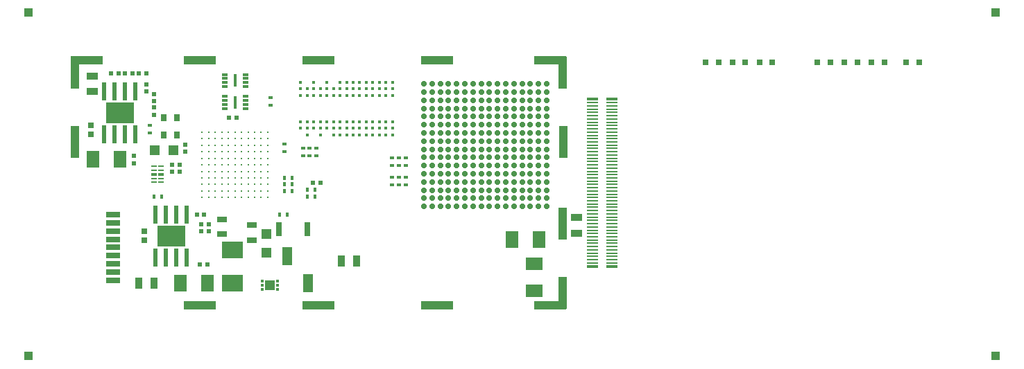
<source format=gtp>
G04 (created by PCBNEW (2013-07-07 BZR 4022)-stable) date 27/11/2015 23:20:48*
%MOIN*%
G04 Gerber Fmt 3.4, Leading zero omitted, Abs format*
%FSLAX34Y34*%
G01*
G70*
G90*
G04 APERTURE LIST*
%ADD10C,0.00590551*%
%ADD11R,0.0314X0.0314*%
%ADD12C,0.0275591*%
%ADD13R,0.051X0.0472*%
%ADD14R,0.0472X0.051*%
%ADD15R,0.0195X0.0175*%
%ADD16R,0.0175X0.0195*%
%ADD17R,0.0195X0.0195*%
%ADD18R,0.0265748X0.015748*%
%ADD19R,0.0265748X0.00787402*%
%ADD20R,0.0314961X0.0669291*%
%ADD21R,0.0236X0.0866*%
%ADD22R,0.1339X0.1008*%
%ADD23R,0.0984X0.0787*%
%ADD24R,0.0492126X0.0314961*%
%ADD25R,0.0259843X0.0354331*%
%ADD26C,0.011811*%
%ADD27R,0.05X0.0866142*%
%ADD28R,0.0169291X0.0141732*%
%ADD29R,0.0452756X0.0511811*%
%ADD30C,0.015748*%
%ADD31R,0.0392X0.0392*%
%ADD32R,0.0275591X0.011811*%
%ADD33R,0.0137795X0.0649606*%
%ADD34R,0.0354X0.0551*%
%ADD35R,0.0708661X0.0275591*%
%ADD36R,0.0314X0.0275*%
%ADD37R,0.06X0.08*%
%ADD38R,0.0551X0.0354*%
%ADD39R,0.08X0.06*%
%ADD40R,0.0393701X0.15748*%
%ADD41R,0.15748X0.0393701*%
%ADD42R,0.0566929X0.0137795*%
%ADD43R,0.0566929X0.00905512*%
G04 APERTURE END LIST*
G54D10*
G54D11*
X82322Y-48070D03*
X82952Y-48070D03*
G54D12*
X61909Y-50275D03*
X61515Y-50275D03*
X60728Y-50275D03*
X61122Y-50275D03*
X59547Y-50275D03*
X59153Y-50275D03*
X59940Y-50275D03*
X60334Y-50275D03*
X63484Y-50275D03*
X63090Y-50275D03*
X62303Y-50275D03*
X62696Y-50275D03*
X64271Y-50275D03*
X63877Y-50275D03*
X64665Y-50275D03*
X65059Y-50275D03*
X65059Y-49881D03*
X64665Y-49881D03*
X63877Y-49881D03*
X64271Y-49881D03*
X62696Y-49881D03*
X62303Y-49881D03*
X63090Y-49881D03*
X63484Y-49881D03*
X60334Y-49881D03*
X59940Y-49881D03*
X59153Y-49881D03*
X59547Y-49881D03*
X61122Y-49881D03*
X60728Y-49881D03*
X61515Y-49881D03*
X61909Y-49881D03*
X61909Y-49094D03*
X61515Y-49094D03*
X60728Y-49094D03*
X61122Y-49094D03*
X59547Y-49094D03*
X59153Y-49094D03*
X59940Y-49094D03*
X60334Y-49094D03*
X63484Y-49094D03*
X63090Y-49094D03*
X62303Y-49094D03*
X62696Y-49094D03*
X64271Y-49094D03*
X63877Y-49094D03*
X64665Y-49094D03*
X65059Y-49094D03*
X65059Y-49488D03*
X64665Y-49488D03*
X63877Y-49488D03*
X64271Y-49488D03*
X62696Y-49488D03*
X62303Y-49488D03*
X63090Y-49488D03*
X63484Y-49488D03*
X60334Y-49488D03*
X59940Y-49488D03*
X59153Y-49488D03*
X59547Y-49488D03*
X61122Y-49488D03*
X60728Y-49488D03*
X61515Y-49488D03*
X61909Y-49488D03*
X61909Y-51062D03*
X61515Y-51062D03*
X60728Y-51062D03*
X61122Y-51062D03*
X59547Y-51062D03*
X59153Y-51062D03*
X59940Y-51062D03*
X60334Y-51062D03*
X63484Y-51062D03*
X63090Y-51062D03*
X62303Y-51062D03*
X62696Y-51062D03*
X64271Y-51062D03*
X63877Y-51062D03*
X64665Y-51062D03*
X65059Y-51062D03*
X65059Y-50669D03*
X64665Y-50669D03*
X63877Y-50669D03*
X64271Y-50669D03*
X62696Y-50669D03*
X62303Y-50669D03*
X63090Y-50669D03*
X63484Y-50669D03*
X60334Y-50669D03*
X59940Y-50669D03*
X59153Y-50669D03*
X59547Y-50669D03*
X61122Y-50669D03*
X60728Y-50669D03*
X61515Y-50669D03*
X61909Y-50669D03*
X61909Y-51456D03*
X61515Y-51456D03*
X60728Y-51456D03*
X61122Y-51456D03*
X59547Y-51456D03*
X59153Y-51456D03*
X59940Y-51456D03*
X60334Y-51456D03*
X63484Y-51456D03*
X63090Y-51456D03*
X62303Y-51456D03*
X62696Y-51456D03*
X64271Y-51456D03*
X63877Y-51456D03*
X64665Y-51456D03*
X65059Y-51456D03*
X60334Y-53818D03*
X59940Y-53818D03*
X59153Y-53818D03*
X59547Y-53818D03*
X61122Y-53818D03*
X60728Y-53818D03*
X61515Y-53818D03*
X61909Y-53818D03*
X65059Y-53818D03*
X64665Y-53818D03*
X63877Y-53818D03*
X64271Y-53818D03*
X62696Y-53818D03*
X62303Y-53818D03*
X63090Y-53818D03*
X63484Y-53818D03*
X63484Y-54212D03*
X63090Y-54212D03*
X62303Y-54212D03*
X62696Y-54212D03*
X64271Y-54212D03*
X63877Y-54212D03*
X64665Y-54212D03*
X65059Y-54212D03*
X61909Y-54212D03*
X61515Y-54212D03*
X60728Y-54212D03*
X61122Y-54212D03*
X59547Y-54212D03*
X59153Y-54212D03*
X59940Y-54212D03*
X60334Y-54212D03*
X60334Y-55000D03*
X59940Y-55000D03*
X59153Y-55000D03*
X59547Y-55000D03*
X61122Y-55000D03*
X60728Y-55000D03*
X61515Y-55000D03*
X61909Y-55000D03*
X65059Y-55000D03*
X64665Y-55000D03*
X63877Y-55000D03*
X64271Y-55000D03*
X62696Y-55000D03*
X62303Y-55000D03*
X63090Y-55000D03*
X63484Y-55000D03*
X63484Y-54606D03*
X63090Y-54606D03*
X62303Y-54606D03*
X62696Y-54606D03*
X64271Y-54606D03*
X63877Y-54606D03*
X64665Y-54606D03*
X65059Y-54606D03*
X61909Y-54606D03*
X61515Y-54606D03*
X60728Y-54606D03*
X61122Y-54606D03*
X59547Y-54606D03*
X59153Y-54606D03*
X59940Y-54606D03*
X60334Y-54606D03*
X60334Y-53031D03*
X59940Y-53031D03*
X59153Y-53031D03*
X59547Y-53031D03*
X61122Y-53031D03*
X60728Y-53031D03*
X61515Y-53031D03*
X61909Y-53031D03*
X65059Y-53031D03*
X64665Y-53031D03*
X63877Y-53031D03*
X64271Y-53031D03*
X62696Y-53031D03*
X62303Y-53031D03*
X63090Y-53031D03*
X63484Y-53031D03*
X63484Y-53425D03*
X63090Y-53425D03*
X62303Y-53425D03*
X62696Y-53425D03*
X64271Y-53425D03*
X63877Y-53425D03*
X64665Y-53425D03*
X65059Y-53425D03*
X61909Y-53425D03*
X61515Y-53425D03*
X60728Y-53425D03*
X61122Y-53425D03*
X59547Y-53425D03*
X59153Y-53425D03*
X59940Y-53425D03*
X60334Y-53425D03*
X60334Y-52637D03*
X59940Y-52637D03*
X59153Y-52637D03*
X59547Y-52637D03*
X61122Y-52637D03*
X60728Y-52637D03*
X61515Y-52637D03*
X61909Y-52637D03*
X65059Y-52637D03*
X64665Y-52637D03*
X63877Y-52637D03*
X64271Y-52637D03*
X62696Y-52637D03*
X62303Y-52637D03*
X63090Y-52637D03*
X63484Y-52637D03*
X63484Y-52244D03*
X63090Y-52244D03*
X62303Y-52244D03*
X62696Y-52244D03*
X64271Y-52244D03*
X63877Y-52244D03*
X64665Y-52244D03*
X65059Y-52244D03*
X61909Y-52244D03*
X61515Y-52244D03*
X60728Y-52244D03*
X61122Y-52244D03*
X59547Y-52244D03*
X59153Y-52244D03*
X59940Y-52244D03*
X60334Y-52244D03*
X65059Y-51850D03*
X64665Y-51850D03*
X63877Y-51850D03*
X64271Y-51850D03*
X62696Y-51850D03*
X62303Y-51850D03*
X63090Y-51850D03*
X63484Y-51850D03*
X60334Y-51850D03*
X59940Y-51850D03*
X59153Y-51850D03*
X59547Y-51850D03*
X61122Y-51850D03*
X60728Y-51850D03*
X61515Y-51850D03*
X61909Y-51850D03*
G54D13*
X47125Y-52303D03*
X46221Y-52303D03*
G54D14*
X51574Y-57223D03*
X51574Y-56319D03*
G54D15*
X57952Y-53944D03*
X57952Y-53574D03*
X57952Y-53039D03*
X57952Y-52669D03*
X57618Y-53944D03*
X57618Y-53574D03*
X57618Y-53039D03*
X57618Y-52669D03*
X52440Y-52350D03*
X52440Y-51980D03*
X58287Y-53039D03*
X58287Y-52669D03*
X58287Y-53944D03*
X58287Y-53574D03*
X45984Y-51444D03*
X45984Y-51074D03*
G54D16*
X52452Y-53622D03*
X52822Y-53622D03*
X46562Y-54507D03*
X46192Y-54507D03*
X53925Y-54507D03*
X53555Y-54507D03*
G54D15*
X53976Y-52177D03*
X53976Y-52547D03*
G54D16*
X52452Y-53937D03*
X52822Y-53937D03*
X52452Y-54251D03*
X52822Y-54251D03*
G54D15*
X53346Y-52177D03*
X53346Y-52547D03*
X53661Y-52177D03*
X53661Y-52547D03*
G54D16*
X53925Y-54192D03*
X53555Y-54192D03*
X52216Y-55393D03*
X52586Y-55393D03*
G54D15*
X51791Y-49755D03*
X51791Y-50125D03*
G54D17*
X47067Y-53307D03*
X47421Y-53307D03*
X47677Y-52362D03*
X47677Y-52008D03*
X49803Y-50708D03*
X50157Y-50708D03*
X47067Y-52992D03*
X47421Y-52992D03*
X53819Y-53858D03*
X54173Y-53858D03*
G54D18*
X46530Y-53444D03*
X46186Y-53444D03*
G54D19*
X46186Y-53248D03*
X46186Y-53051D03*
X46530Y-53248D03*
X46530Y-53051D03*
X46530Y-53641D03*
X46530Y-53838D03*
X46186Y-53838D03*
X46186Y-53641D03*
G54D20*
X52204Y-56102D03*
X53543Y-56102D03*
G54D21*
X46259Y-57460D03*
X46759Y-57460D03*
X47259Y-57460D03*
X47759Y-57460D03*
X47759Y-55393D03*
X47259Y-55393D03*
X46759Y-55393D03*
X46259Y-55393D03*
G54D22*
X47009Y-56427D03*
G54D21*
X43799Y-51535D03*
X44299Y-51535D03*
X44799Y-51535D03*
X45299Y-51535D03*
X45299Y-49468D03*
X44799Y-49468D03*
X44299Y-49468D03*
X43799Y-49468D03*
G54D22*
X44549Y-50502D03*
G54D23*
X49960Y-57086D03*
X49960Y-58700D03*
G54D24*
X50885Y-55905D03*
X50885Y-56614D03*
X49468Y-55629D03*
X49468Y-56338D03*
G54D25*
X46641Y-51555D03*
X46641Y-50728D03*
X47295Y-50728D03*
X47295Y-51555D03*
G54D26*
X51653Y-53307D03*
X51653Y-53622D03*
X51653Y-53937D03*
X51653Y-54251D03*
X51653Y-51732D03*
X51653Y-52047D03*
X51653Y-52362D03*
X51653Y-52677D03*
X50078Y-52677D03*
X50078Y-52362D03*
X50078Y-52047D03*
X50078Y-51732D03*
X50078Y-54251D03*
X50078Y-53937D03*
X50078Y-53622D03*
X50078Y-53307D03*
X50393Y-54566D03*
X50393Y-52992D03*
X50393Y-51417D03*
X50393Y-53307D03*
X50393Y-53622D03*
X50393Y-53937D03*
X50393Y-54251D03*
X50393Y-51732D03*
X50393Y-52047D03*
X50393Y-52362D03*
X50393Y-52677D03*
X50708Y-52677D03*
X50708Y-52362D03*
X50708Y-52047D03*
X50708Y-51732D03*
X50708Y-54251D03*
X50708Y-53937D03*
X50708Y-53622D03*
X50708Y-53307D03*
X50708Y-51417D03*
X50708Y-52992D03*
X50708Y-54566D03*
X51023Y-54566D03*
X51023Y-52992D03*
X51023Y-51417D03*
X51023Y-53307D03*
X51023Y-53622D03*
X51023Y-53937D03*
X51023Y-54251D03*
X51023Y-51732D03*
X51023Y-52047D03*
X51023Y-52362D03*
X51023Y-52677D03*
X51338Y-52677D03*
X51338Y-52362D03*
X51338Y-52047D03*
X51338Y-51732D03*
X51338Y-54251D03*
X51338Y-53937D03*
X51338Y-53622D03*
X51338Y-53307D03*
X51338Y-51417D03*
X51338Y-52992D03*
X51338Y-54566D03*
X49763Y-54566D03*
X49763Y-52992D03*
X49763Y-51417D03*
X49763Y-53307D03*
X49763Y-53622D03*
X49763Y-53937D03*
X49763Y-54251D03*
X49763Y-51732D03*
X49763Y-52047D03*
X49763Y-52362D03*
X49763Y-52677D03*
X49448Y-52677D03*
X49448Y-52362D03*
X49448Y-52047D03*
X49448Y-51732D03*
X49448Y-54251D03*
X49448Y-53937D03*
X49448Y-53622D03*
X49448Y-53307D03*
X49448Y-51417D03*
X49448Y-52992D03*
X49448Y-54566D03*
X49133Y-54566D03*
X49133Y-52992D03*
X49133Y-51417D03*
X49133Y-53307D03*
X49133Y-53622D03*
X49133Y-53937D03*
X49133Y-54251D03*
X49133Y-51732D03*
X49133Y-52047D03*
X49133Y-52362D03*
X49133Y-52677D03*
X48818Y-52677D03*
X48818Y-52362D03*
X48818Y-52047D03*
X48818Y-51732D03*
X48818Y-54251D03*
X48818Y-53937D03*
X48818Y-53622D03*
X48818Y-53307D03*
X48818Y-51417D03*
X48818Y-52992D03*
X48818Y-54566D03*
X48503Y-54566D03*
X48503Y-52992D03*
X48503Y-51417D03*
X51653Y-54566D03*
X51653Y-52992D03*
X51653Y-51417D03*
X50078Y-51417D03*
X50078Y-52992D03*
X50078Y-54566D03*
X48503Y-53307D03*
X48503Y-53622D03*
X48503Y-53937D03*
X48503Y-54251D03*
X48503Y-51732D03*
X48503Y-52047D03*
X48503Y-52362D03*
X48503Y-52677D03*
G54D27*
X53590Y-58681D03*
X52590Y-57381D03*
G54D28*
X52135Y-58976D03*
X52135Y-58779D03*
X52135Y-58582D03*
X51399Y-58582D03*
X51399Y-58779D03*
X51399Y-58976D03*
G54D29*
X51767Y-58779D03*
G54D30*
X55127Y-50915D03*
X55127Y-51230D03*
X55127Y-51545D03*
X55127Y-49655D03*
X55127Y-49340D03*
X55127Y-49025D03*
X54812Y-49340D03*
X54812Y-49655D03*
X54812Y-51545D03*
X54812Y-51230D03*
X54812Y-50915D03*
X54183Y-50915D03*
X54183Y-51230D03*
X54183Y-51545D03*
X54183Y-49655D03*
X54183Y-49340D03*
X54498Y-49025D03*
X54498Y-49340D03*
X54498Y-49655D03*
X54498Y-51230D03*
X54498Y-50915D03*
X53238Y-50915D03*
X53238Y-51230D03*
X53238Y-49655D03*
X53238Y-49340D03*
X53238Y-49025D03*
X53553Y-50915D03*
X53553Y-51230D03*
X53553Y-51545D03*
X53553Y-49655D03*
X53553Y-49340D03*
X53868Y-49025D03*
X53868Y-49340D03*
X53868Y-49655D03*
X53868Y-51230D03*
X53868Y-50915D03*
X56702Y-50915D03*
X56702Y-51230D03*
X56702Y-51545D03*
X56702Y-49655D03*
X56702Y-49340D03*
X56702Y-49025D03*
X56387Y-49025D03*
X56387Y-49340D03*
X56387Y-49655D03*
X56387Y-51545D03*
X56387Y-51230D03*
X56387Y-50915D03*
X55442Y-50915D03*
X55442Y-51230D03*
X55442Y-51545D03*
X55442Y-49655D03*
X55442Y-49340D03*
X55442Y-49025D03*
X55757Y-49025D03*
X55757Y-49340D03*
X55757Y-49655D03*
X55757Y-51545D03*
X55757Y-51230D03*
X55757Y-50915D03*
X57017Y-50915D03*
X57017Y-51230D03*
X57017Y-51545D03*
X57017Y-49655D03*
X57017Y-49340D03*
X57017Y-49025D03*
X56072Y-49025D03*
X56072Y-49340D03*
X56072Y-49655D03*
X56072Y-51545D03*
X56072Y-51230D03*
X56072Y-50915D03*
X57332Y-50915D03*
X57332Y-51230D03*
X57332Y-51545D03*
X57332Y-49655D03*
X57332Y-49340D03*
X57332Y-49025D03*
X57647Y-49025D03*
X57647Y-49340D03*
X57647Y-49655D03*
X57647Y-51545D03*
X57647Y-51230D03*
X57647Y-50915D03*
G54D31*
X40157Y-62204D03*
X40157Y-45669D03*
X86614Y-62204D03*
X86614Y-45669D03*
G54D32*
X49606Y-48838D03*
X49606Y-48641D03*
X49606Y-49035D03*
X49606Y-49232D03*
X50590Y-49232D03*
X50590Y-49035D03*
X50590Y-48641D03*
X50590Y-48838D03*
G54D33*
X50098Y-48937D03*
G54D32*
X49606Y-49901D03*
X49606Y-49704D03*
X49606Y-50098D03*
X49606Y-50295D03*
X50590Y-50295D03*
X50590Y-50098D03*
X50590Y-49704D03*
X50590Y-49901D03*
G54D33*
X50098Y-50000D03*
G54D11*
X81299Y-48070D03*
X80669Y-48070D03*
X80000Y-48070D03*
X79370Y-48070D03*
X78700Y-48070D03*
X78070Y-48070D03*
X75905Y-48070D03*
X75275Y-48070D03*
X74606Y-48070D03*
X73976Y-48070D03*
X73307Y-48070D03*
X72677Y-48070D03*
G54D34*
X45451Y-58700D03*
X46201Y-58700D03*
G54D35*
X44212Y-55393D03*
X44212Y-55787D03*
X44212Y-56574D03*
X44212Y-56181D03*
X44212Y-58149D03*
X44212Y-58543D03*
X44212Y-57755D03*
X44212Y-57362D03*
X44212Y-56968D03*
G54D17*
X46181Y-49586D03*
X46181Y-49940D03*
X45216Y-52559D03*
X45216Y-52913D03*
X44803Y-48602D03*
X45157Y-48602D03*
X48464Y-55866D03*
X48818Y-55866D03*
X48818Y-56200D03*
X48464Y-56200D03*
X48405Y-57795D03*
X48759Y-57795D03*
X46181Y-50236D03*
X46181Y-50590D03*
G54D36*
X45708Y-56202D03*
X45708Y-56632D03*
G54D17*
X48248Y-55393D03*
X48602Y-55393D03*
X44488Y-48602D03*
X44134Y-48602D03*
X45807Y-49468D03*
X45807Y-49114D03*
X45472Y-48602D03*
X45826Y-48602D03*
G54D37*
X44567Y-52716D03*
X43267Y-52716D03*
X47460Y-58700D03*
X48760Y-58700D03*
G54D36*
X43149Y-51103D03*
X43149Y-51533D03*
G54D34*
X55176Y-57637D03*
X55926Y-57637D03*
G54D38*
X43208Y-48719D03*
X43208Y-49469D03*
X66496Y-56280D03*
X66496Y-55530D03*
G54D37*
X64685Y-56574D03*
X63385Y-56574D03*
G54D39*
X64448Y-57755D03*
X64448Y-59055D03*
G54D40*
X65846Y-51889D03*
X42381Y-51889D03*
X65807Y-55826D03*
X42381Y-48543D03*
X65807Y-59173D03*
X65807Y-48543D03*
G54D41*
X59803Y-59763D03*
X48385Y-59763D03*
X59803Y-47952D03*
X48385Y-47952D03*
X42972Y-47952D03*
X65216Y-59763D03*
X65216Y-47952D03*
X54094Y-47952D03*
X54094Y-59763D03*
G54D42*
X67255Y-49822D03*
X68177Y-49822D03*
X67255Y-57893D03*
X68177Y-57893D03*
G54D43*
X67255Y-54094D03*
X67255Y-54409D03*
X67255Y-54251D03*
X67255Y-54566D03*
X67255Y-55196D03*
X67255Y-55039D03*
X67255Y-54724D03*
X67255Y-54881D03*
X67255Y-56456D03*
X67255Y-56299D03*
X67255Y-55984D03*
X67255Y-56141D03*
X67255Y-55511D03*
X67255Y-55354D03*
X67255Y-55669D03*
X67255Y-55826D03*
X67255Y-57086D03*
X67255Y-56929D03*
X67255Y-56614D03*
X67255Y-56771D03*
X67255Y-57401D03*
X67255Y-57244D03*
X67255Y-57559D03*
X67255Y-57716D03*
X68177Y-55984D03*
X68177Y-55826D03*
X68177Y-55511D03*
X68177Y-55669D03*
X68177Y-57244D03*
X68177Y-57086D03*
X68177Y-56771D03*
X68177Y-56929D03*
X68177Y-56299D03*
X68177Y-56141D03*
X68177Y-56456D03*
X68177Y-56614D03*
X68177Y-57716D03*
X68177Y-57401D03*
X68177Y-57559D03*
X67255Y-53937D03*
X68177Y-55039D03*
X68177Y-54881D03*
X68177Y-54566D03*
X68177Y-54724D03*
X68177Y-55354D03*
X68177Y-55196D03*
X68177Y-54094D03*
X68177Y-53937D03*
X68177Y-54251D03*
X68177Y-54409D03*
X68177Y-50629D03*
X68177Y-50472D03*
X68177Y-50157D03*
X68177Y-50314D03*
X67255Y-50629D03*
X67255Y-50472D03*
X67255Y-50157D03*
X67255Y-50314D03*
X67255Y-50000D03*
X68177Y-50000D03*
X68177Y-51259D03*
X68177Y-51102D03*
X68177Y-50787D03*
X68177Y-50944D03*
X67255Y-51259D03*
X67255Y-51102D03*
X67255Y-50787D03*
X67255Y-50944D03*
X68177Y-52519D03*
X68177Y-52362D03*
X68177Y-52047D03*
X68177Y-52204D03*
X67255Y-52519D03*
X67255Y-52362D03*
X67255Y-52047D03*
X67255Y-52204D03*
X67255Y-51574D03*
X67255Y-51417D03*
X67255Y-51732D03*
X67255Y-51889D03*
X68177Y-51574D03*
X68177Y-51417D03*
X68177Y-51732D03*
X68177Y-51889D03*
X68177Y-53149D03*
X68177Y-52992D03*
X68177Y-52677D03*
X68177Y-52834D03*
X67255Y-53149D03*
X67255Y-52992D03*
X67255Y-52677D03*
X67255Y-52834D03*
X67255Y-53464D03*
X67255Y-53307D03*
X67255Y-53622D03*
X67255Y-53779D03*
X68177Y-53464D03*
X68177Y-53307D03*
X68177Y-53622D03*
X68177Y-53779D03*
M02*

</source>
